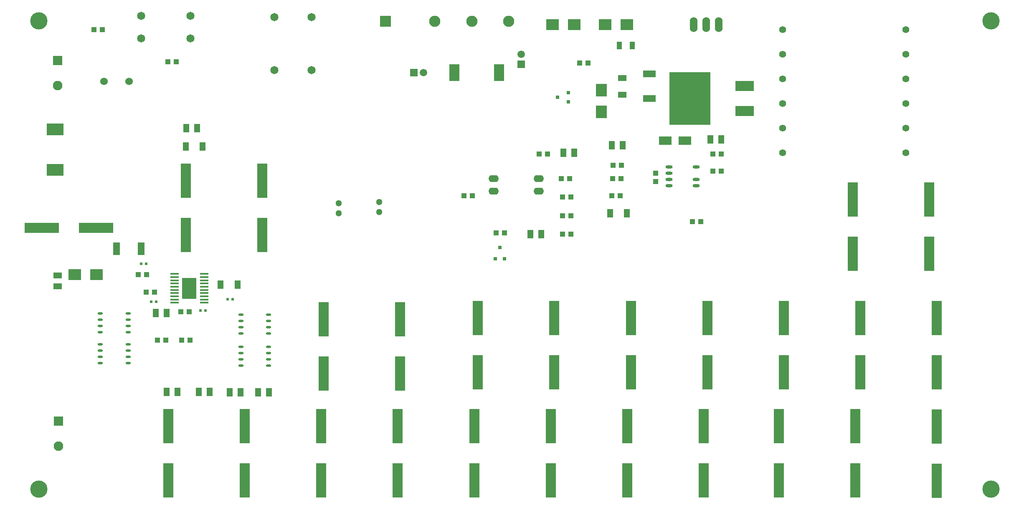
<source format=gbr>
%TF.GenerationSoftware,Altium Limited,Altium Designer,20.0.13 (296)*%
G04 Layer_Color=255*
%FSLAX45Y45*%
%MOMM*%
%TF.FileFunction,Pads,Top*%
%TF.Part,Single*%
G01*
G75*
%TA.AperFunction,SMDPad,CuDef*%
%ADD10R,8.38000X10.66000*%
%ADD11R,3.81000X2.03200*%
%ADD12R,3.00000X4.20000*%
%ADD13O,1.78000X0.42000*%
%ADD14R,2.00000X7.00000*%
%ADD15R,7.00000X2.00000*%
%ADD16R,2.50000X2.30000*%
%ADD17R,2.30000X2.50000*%
%ADD18R,3.40000X2.40000*%
%ADD19O,1.05000X0.45000*%
%ADD20R,2.50000X1.70000*%
%ADD21R,2.00000X3.50000*%
%ADD22R,2.50000X1.40000*%
%ADD23R,1.40000X2.50000*%
%ADD24R,1.00000X1.55000*%
%ADD25R,1.20000X1.80000*%
%ADD26R,1.10000X1.00000*%
%ADD27O,1.45000X0.60000*%
%ADD28R,1.80000X1.20000*%
%ADD29R,1.00000X1.10000*%
%ADD30O,2.10000X1.40000*%
%ADD31R,0.80000X0.80000*%
%ADD32R,0.80000X0.80000*%
%ADD33R,0.60000X0.50000*%
%TA.AperFunction,ComponentPad*%
%ADD37C,2.27000*%
%ADD38R,2.27000X2.27000*%
%ADD39C,1.30000*%
%ADD40C,3.50000*%
%ADD41R,1.95000X1.95000*%
%ADD42C,1.95000*%
%ADD43C,1.52400*%
%ADD44R,1.50000X1.50000*%
%ADD45C,1.50000*%
%ADD46R,1.50000X1.50000*%
%ADD47C,1.40000*%
%ADD48C,1.65000*%
%ADD49O,1.52400X3.04800*%
D10*
X13550000Y-1925000D02*
D03*
D11*
X14660001Y-2179000D02*
D03*
Y-1671000D02*
D03*
D12*
X3400000Y-5775000D02*
D03*
D13*
X3697000Y-6067500D02*
D03*
Y-6002500D02*
D03*
Y-5937500D02*
D03*
Y-5872500D02*
D03*
Y-5807500D02*
D03*
Y-5742500D02*
D03*
Y-5677500D02*
D03*
Y-5612500D02*
D03*
Y-5547500D02*
D03*
Y-5482500D02*
D03*
X3103000Y-6067500D02*
D03*
Y-6002500D02*
D03*
Y-5937500D02*
D03*
Y-5872500D02*
D03*
Y-5807500D02*
D03*
Y-5742500D02*
D03*
Y-5677500D02*
D03*
Y-5612500D02*
D03*
Y-5547500D02*
D03*
Y-5482500D02*
D03*
D14*
X18550000Y-9675000D02*
D03*
Y-8575000D02*
D03*
X16900008Y-9670001D02*
D03*
Y-8570001D02*
D03*
X15350011Y-9670001D02*
D03*
Y-8570001D02*
D03*
X13825015Y-9670001D02*
D03*
Y-8570001D02*
D03*
X12275018Y-9670001D02*
D03*
Y-8570001D02*
D03*
X10725021Y-9670001D02*
D03*
Y-8570001D02*
D03*
X9175024Y-9670001D02*
D03*
Y-8570001D02*
D03*
X7625027Y-9670001D02*
D03*
Y-8570001D02*
D03*
X6075030Y-9670001D02*
D03*
Y-8570001D02*
D03*
X4525033Y-9670001D02*
D03*
Y-8570001D02*
D03*
X2975036Y-9670001D02*
D03*
Y-8570001D02*
D03*
X9249961Y-6379999D02*
D03*
Y-7479999D02*
D03*
X10799958Y-6379999D02*
D03*
Y-7479999D02*
D03*
X12349954Y-6379999D02*
D03*
Y-7479999D02*
D03*
X13899951Y-6379999D02*
D03*
Y-7479999D02*
D03*
X15449948Y-6379999D02*
D03*
Y-7479999D02*
D03*
X16999945Y-6379999D02*
D03*
Y-7479999D02*
D03*
X18549942Y-6379999D02*
D03*
Y-7479999D02*
D03*
X4874988Y-4695001D02*
D03*
Y-3595001D02*
D03*
X3324992Y-4695001D02*
D03*
Y-3595001D02*
D03*
X6125033Y-6404999D02*
D03*
Y-7504999D02*
D03*
X7675030Y-6404999D02*
D03*
Y-7504999D02*
D03*
X18399973Y-5070001D02*
D03*
Y-3970001D02*
D03*
X16849976Y-5070001D02*
D03*
Y-3970001D02*
D03*
D15*
X404999Y-4549998D02*
D03*
X1504999D02*
D03*
D16*
X11200000Y-425000D02*
D03*
X10760000D02*
D03*
X11830000D02*
D03*
X12270000D02*
D03*
X1515000Y-5500000D02*
D03*
X1075000D02*
D03*
D17*
X11750000Y-1755000D02*
D03*
Y-2195000D02*
D03*
D18*
X675000Y-2550000D02*
D03*
Y-3370000D02*
D03*
D19*
X1593000Y-6909500D02*
D03*
Y-7036500D02*
D03*
Y-7163500D02*
D03*
Y-7290500D02*
D03*
X2157000Y-6909500D02*
D03*
Y-7036500D02*
D03*
Y-7163500D02*
D03*
Y-7290500D02*
D03*
X1593000Y-6284500D02*
D03*
Y-6411500D02*
D03*
Y-6538500D02*
D03*
Y-6665500D02*
D03*
X2157000Y-6284500D02*
D03*
Y-6411500D02*
D03*
Y-6538500D02*
D03*
Y-6665500D02*
D03*
X4443000Y-6309500D02*
D03*
Y-6436500D02*
D03*
Y-6563500D02*
D03*
Y-6690500D02*
D03*
X5007000Y-6309500D02*
D03*
Y-6436500D02*
D03*
Y-6563500D02*
D03*
Y-6690500D02*
D03*
X4443000Y-6959500D02*
D03*
Y-7086500D02*
D03*
Y-7213500D02*
D03*
Y-7340500D02*
D03*
X5007000Y-6959500D02*
D03*
Y-7086500D02*
D03*
Y-7213500D02*
D03*
Y-7340500D02*
D03*
D20*
X13050000Y-2775000D02*
D03*
X13450000D02*
D03*
D21*
X9675000Y-1400000D02*
D03*
X8775000D02*
D03*
D22*
X12725167Y-1425221D02*
D03*
Y-1925221D02*
D03*
D23*
X1925221Y-4974833D02*
D03*
X2425221D02*
D03*
D24*
X12120000Y-850000D02*
D03*
X12380000D02*
D03*
D25*
X13964999Y-2750000D02*
D03*
X14185001D02*
D03*
X3560000Y-2525000D02*
D03*
X3340000D02*
D03*
X12269997Y-4249999D02*
D03*
X11930003Y-4250001D02*
D03*
X3330003Y-2900001D02*
D03*
X3669997Y-2899999D02*
D03*
X4375000Y-5700000D02*
D03*
X4035006Y-5700003D02*
D03*
X11965000Y-2875000D02*
D03*
X12185000D02*
D03*
X11200001Y-3025000D02*
D03*
X10980000D02*
D03*
X10535000Y-4675000D02*
D03*
X10315000D02*
D03*
X2940000Y-7875000D02*
D03*
X3160000D02*
D03*
X3810000Y-7875000D02*
D03*
X3590000D02*
D03*
X4215037Y-7880000D02*
D03*
X4435037D02*
D03*
X4790035D02*
D03*
X5010036D02*
D03*
X2715000Y-6275000D02*
D03*
X2935000D02*
D03*
D26*
X11314992Y-1199992D02*
D03*
X11484992D02*
D03*
X14185008Y-3050008D02*
D03*
X14015009D02*
D03*
X14014992Y-3399992D02*
D03*
X14184991D02*
D03*
X13769998Y-4424999D02*
D03*
X13599998D02*
D03*
X12135008Y-3900008D02*
D03*
X11965008D02*
D03*
X11980001Y-3550002D02*
D03*
X12150002D02*
D03*
X11110008Y-3550008D02*
D03*
X10940008D02*
D03*
X10964992Y-3924992D02*
D03*
X11134992D02*
D03*
X11135008Y-4675008D02*
D03*
X10965008D02*
D03*
X10660008Y-3050008D02*
D03*
X10490008D02*
D03*
X11135008Y-4300008D02*
D03*
X10965008D02*
D03*
X8964992Y-3899992D02*
D03*
X9134992D02*
D03*
X9785008Y-4650008D02*
D03*
X9615008D02*
D03*
X2364992Y-5499992D02*
D03*
X2534992D02*
D03*
X3400000Y-6250000D02*
D03*
X3230000D02*
D03*
X2925000Y-6825000D02*
D03*
X2755000D02*
D03*
X3239992Y-6824992D02*
D03*
X3409992D02*
D03*
X2964992Y-1174992D02*
D03*
X3134992D02*
D03*
X1635008Y-525008D02*
D03*
X1465008D02*
D03*
X12160008Y-3275008D02*
D03*
X11990008D02*
D03*
X2524997Y-5850001D02*
D03*
X2694998D02*
D03*
D27*
X13672501Y-3690500D02*
D03*
Y-3563500D02*
D03*
Y-3309500D02*
D03*
X13127499Y-3690500D02*
D03*
Y-3563500D02*
D03*
Y-3436500D02*
D03*
Y-3309500D02*
D03*
D28*
X12174999Y-1505003D02*
D03*
X12175001Y-1844997D02*
D03*
X725000Y-5735000D02*
D03*
Y-5515000D02*
D03*
D29*
X12849992Y-3610008D02*
D03*
Y-3440008D02*
D03*
D30*
X9570000Y-3548000D02*
D03*
Y-3802000D02*
D03*
X10480000Y-3548000D02*
D03*
Y-3802000D02*
D03*
D31*
X10862500Y-1900000D02*
D03*
X11087500Y-1805000D02*
D03*
Y-1995000D02*
D03*
D32*
X9694999Y-4950000D02*
D03*
X9789998Y-5175000D02*
D03*
X9599999D02*
D03*
D33*
X3625000Y-6225000D02*
D03*
X3725000D02*
D03*
X2525000Y-5275000D02*
D03*
X2425000D02*
D03*
X2725002Y-6050003D02*
D03*
X2625002D02*
D03*
X4175000Y-6000000D02*
D03*
X4275000D02*
D03*
D37*
X9875000Y-360000D02*
D03*
X9125000D02*
D03*
X8375000D02*
D03*
D38*
X7375000D02*
D03*
D39*
X7250000Y-4025000D02*
D03*
Y-4225000D02*
D03*
X6425000Y-4050000D02*
D03*
Y-4250000D02*
D03*
D40*
X19650000Y-350000D02*
D03*
Y-9850000D02*
D03*
X350000Y-350000D02*
D03*
Y-9850000D02*
D03*
D41*
X725000Y-1150000D02*
D03*
X750000Y-8467000D02*
D03*
D42*
X725000Y-1658000D02*
D03*
X750000Y-8975000D02*
D03*
D43*
X2179000Y-1575000D02*
D03*
X1671000D02*
D03*
D44*
X10125000Y-1225000D02*
D03*
D45*
Y-1025000D02*
D03*
X8150000Y-1400000D02*
D03*
D46*
X7950000D02*
D03*
D47*
X15425000Y-525000D02*
D03*
Y-1025000D02*
D03*
Y-1525000D02*
D03*
Y-2025000D02*
D03*
Y-2525000D02*
D03*
Y-3025000D02*
D03*
X17925000Y-525000D02*
D03*
Y-1025000D02*
D03*
Y-1525000D02*
D03*
Y-2025000D02*
D03*
Y-2525000D02*
D03*
Y-3025000D02*
D03*
D48*
X2425000Y-700000D02*
D03*
X3425000D02*
D03*
Y-250000D02*
D03*
X2425000D02*
D03*
X5875000Y-1345000D02*
D03*
X5125000D02*
D03*
Y-275000D02*
D03*
X5875000D02*
D03*
D49*
X14133000Y-425000D02*
D03*
X13878999D02*
D03*
X13625000D02*
D03*
%TF.MD5,0373ee8996299ccb6d64a3ba1480a2dc*%
M02*

</source>
